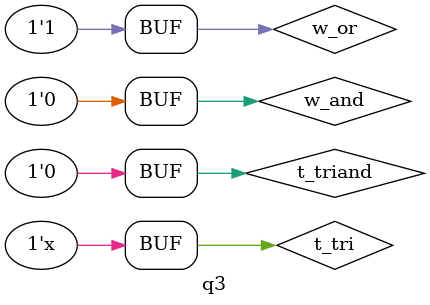
<source format=v>
module q3;
  wand w_and;
  wor w_or;
  tri t_tri;
  triand t_triand;

  // Use assign instead of procedural assignments
  assign #5 w_and = 1'b0;
  assign #5 w_or = 1'b1;
  assign #5 t_tri = 1'bz;
  assign #5 t_triand = 1'b1;

  assign #15 w_and = 1'b1;
  assign #15 w_or = 1'b0;
  assign #15 t_tri = 1'b0;
  assign #15 t_triand = 1'b0;

  assign #35 w_and = 1'b0;
  assign #35 w_or = 1'b1;
  assign #35 t_tri = 1'bz;
  assign #35 t_triand = 1'b1;

  initial begin
    $monitor("Time=%0t | wand=%b wor=%b tri=%b triand=%b", $time, w_and, w_or, t_tri, t_triand);
  end
endmodule

</source>
